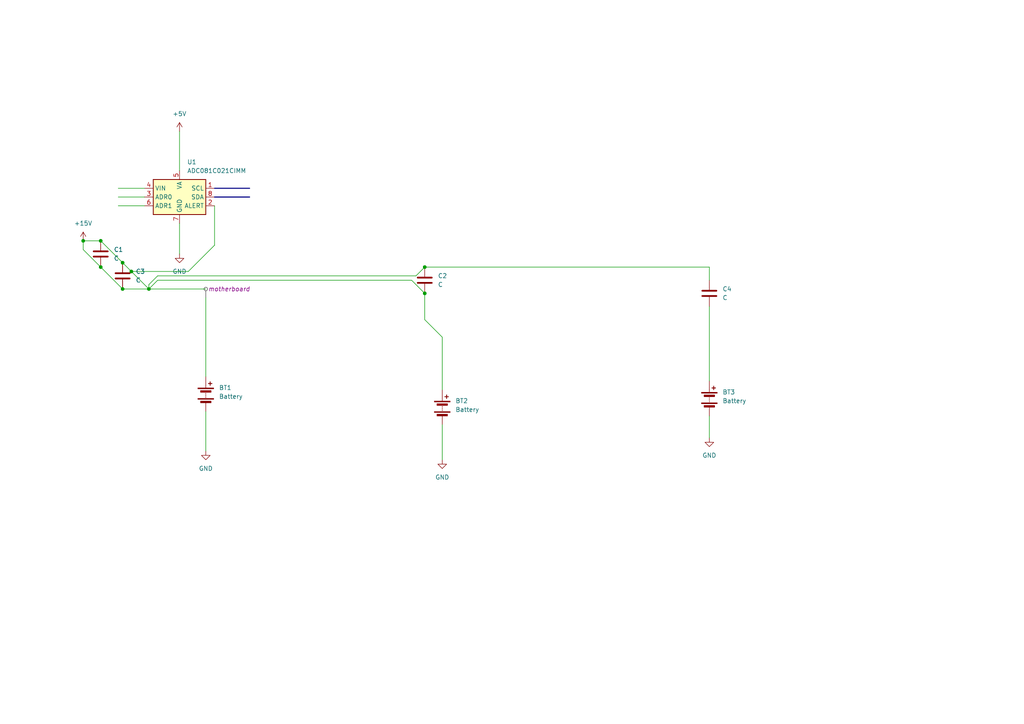
<source format=kicad_sch>
(kicad_sch (version 20230121) (generator eeschema)
  (paper "A4")
  (lib_symbols
    (symbol "Analog_ADC:ADC081C021CIMM"
      (property "Reference" "U" (at 3.81 11.43 0))
      (property "Value" "ADC081C021CIMM" (at 10.16 8.89 0))
      (symbol "ADC081C021CIMM_0_1"
        (rectangle (start -7.62 5.08) (end 7.62 -5.08) (stroke (width 0.254)) (fill (type background)))
      )
      (symbol "ADC081C021CIMM_1_1"
        (pin input line (at 10.16 2.54 180) (length 2.54) (name "SCL") (number "1"))
        (pin open_collector line (at 10.16 -2.54 180) (length 2.54) (name "ALERT") (number "2"))
        (pin input line (at -10.16 0 0) (length 2.54) (name "ADR0") (number "3"))
        (pin input line (at -10.16 2.54 0) (length 2.54) (name "VIN") (number "4"))
        (pin power_in line (at 0 7.62 270) (length 2.54) (name "VA") (number "5"))
        (pin input line (at -10.16 -2.54 0) (length 2.54) (name "ADR1") (number "6"))
        (pin power_in line (at 0 -7.62 90) (length 2.54) (name "GND") (number "7"))
        (pin bidirectional line (at 10.16 0 180) (length 2.54) (name "SDA") (number "8"))
      )
    )
    (symbol "Device:Battery" (pin_numbers hide) (pin_names (offset 0) hide)
      (property "Reference" "BT" (at 2.54 2.54 0))
      (property "Value" "Battery" (at 2.54 0 0))
      (symbol "Battery_0_1"
        (rectangle (start -2.286 -1.27) (end 2.286 -1.524) (fill (type outline)))
        (rectangle (start -2.286 1.778) (end 2.286 1.524) (fill (type outline)))
        (rectangle (start -1.524 -2.032) (end 1.524 -2.54) (fill (type outline)))
        (rectangle (start -1.524 1.016) (end 1.524 0.508) (fill (type outline)))
        (polyline (pts (xy 0 -1.016) (xy 0 -0.762)))
        (polyline (pts (xy 0 -0.508) (xy 0 -0.254)))
        (polyline (pts (xy 0 0) (xy 0 0.254)))
        (polyline (pts (xy 0 1.778) (xy 0 2.54)))
        (polyline (pts (xy 0.762 3.048) (xy 1.778 3.048)) (stroke (width 0.254)))
        (polyline (pts (xy 1.27 3.556) (xy 1.27 2.54)) (stroke (width 0.254)))
      )
      (symbol "Battery_1_1"
        (pin passive line (at 0 5.08 270) (length 2.54) (name "+") (number "1"))
        (pin passive line (at 0 -5.08 90) (length 2.54) (name "-") (number "2"))
      )
    )
    (symbol "Device:C" (pin_numbers hide) (pin_names (offset 0.254))
      (property "Reference" "C" (at 0.635 2.54 0))
      (property "Value" "C" (at 0.635 -2.54 0))
      (symbol "C_0_1"
        (polyline (pts (xy -2.032 -0.762) (xy 2.032 -0.762)) (stroke (width 0.508)))
        (polyline (pts (xy -2.032 0.762) (xy 2.032 0.762)) (stroke (width 0.508)))
      )
      (symbol "C_1_1"
        (pin passive line (at 0 3.81 270) (length 2.794) (name "~") (number "1"))
        (pin passive line (at 0 -3.81 90) (length 2.794) (name "~") (number "2"))
      )
    )
    (symbol "power:+15V" (power) (pin_names (offset 0))
      (property "Value" "+15V" (at 0 3.556 0))
      (symbol "+15V_0_1"
        (polyline (pts (xy -0.762 1.27) (xy 0 2.54)))
        (polyline (pts (xy 0 0) (xy 0 2.54)))
        (polyline (pts (xy 0 2.54) (xy 0.762 1.27)))
      )
      (symbol "+15V_1_1"
        (pin power_in line (at 0 0 90) (length 0) hide (name "+15V") (number "1"))
      )
    )
    (symbol "power:+5V" (power) (pin_names (offset 0))
      (property "Value" "+5V" (at 0 3.556 0))
      (symbol "+5V_0_1"
        (polyline (pts (xy -0.762 1.27) (xy 0 2.54)))
        (polyline (pts (xy 0 0) (xy 0 2.54)))
        (polyline (pts (xy 0 2.54) (xy 0.762 1.27)))
      )
      (symbol "+5V_1_1"
        (pin power_in line (at 0 0 90) (length 0) hide (name "+5V") (number "1"))
      )
    )
    (symbol "power:GND" (power) (pin_names (offset 0))
      (property "Value" "GND" (at 0 -3.81 0))
      (symbol "GND_0_1"
        (polyline (pts (xy 0 0) (xy 0 -1.27) (xy 1.27 -1.27) (xy 0 -2.54) (xy -1.27 -1.27) (xy 0 -1.27)))
      )
      (symbol "GND_1_1"
        (pin power_in line (at 0 0 270) (length 0) hide (name "GND") (number "1"))
      )
    )
  )
  (junction (at 123.19 85.09))
  (junction (at 29.21 77.47))
  (junction (at 123.19 77.47))
  (junction (at 35.56 83.82))
  (junction (at 38.1 78.74))
  (junction (at 24.13 69.85))
  (junction (at 43.18 83.82))
  (junction (at 29.21 69.85))
  (junction (at 35.56 76.2))
  (bus (pts (xy 62.23 54.61) (xy 72.39 54.61)))
  (wire (pts (xy 123.19 92.71) (xy 128.27 97.79)))
  (wire (pts (xy 54.61 78.74) (xy 38.1 78.74)))
  (wire (pts (xy 29.21 77.47) (xy 35.56 83.82)))
  (wire (pts (xy 35.56 76.2) (xy 38.1 78.74)))
  (wire (pts (xy 45.72 81.28) (xy 119.38 81.28)))
  (wire (pts (xy 43.18 83.82) (xy 59.69 83.82)))
  (bus (pts (xy 62.23 57.15) (xy 72.39 57.15)))
  (wire (pts (xy 24.13 69.85) (xy 24.13 72.39)))
  (wire (pts (xy 119.38 81.28) (xy 123.19 85.09)))
  (wire (pts (xy 43.18 82.55) (xy 45.72 80.01)))
  (wire (pts (xy 34.29 57.15) (xy 41.91 57.15)))
  (wire (pts (xy 62.23 71.12) (xy 54.61 78.74)))
  (wire (pts (xy 38.1 78.74) (xy 43.18 83.82)))
  (wire (pts (xy 62.23 59.69) (xy 62.23 71.12)))
  (wire (pts (xy 34.29 59.69) (xy 41.91 59.69)))
  (wire (pts (xy 34.29 54.61) (xy 41.91 54.61)))
  (wire (pts (xy 52.07 64.77) (xy 52.07 73.66)))
  (wire (pts (xy 59.69 119.38) (xy 59.69 130.81)))
  (wire (pts (xy 45.72 80.01) (xy 120.65 80.01)))
  (wire (pts (xy 24.13 72.39) (xy 29.21 77.47)))
  (wire (pts (xy 120.65 80.01) (xy 123.19 77.47)))
  (wire (pts (xy 29.21 69.85) (xy 35.56 76.2)))
  (wire (pts (xy 128.27 123.19) (xy 128.27 133.35)))
  (wire (pts (xy 43.18 83.82) (xy 45.72 81.28)))
  (wire (pts (xy 59.69 86.36) (xy 59.69 109.22)))
  (wire (pts (xy 205.74 77.47) (xy 205.74 81.28)))
  (wire (pts (xy 35.56 83.82) (xy 43.18 83.82)))
  (wire (pts (xy 123.19 77.47) (xy 205.74 77.47)))
  (wire (pts (xy 52.07 38.1) (xy 52.07 49.53)))
  (wire (pts (xy 24.13 69.85) (xy 29.21 69.85)))
  (wire (pts (xy 128.27 97.79) (xy 128.27 113.03)))
  (wire (pts (xy 123.19 85.09) (xy 123.19 92.71)))
  (wire (pts (xy 205.74 88.9) (xy 205.74 110.49)))
  (wire (pts (xy 43.18 83.82) (xy 43.18 82.55)))
  (wire (pts (xy 205.74 120.65) (xy 205.74 127)))
  (netclass_flag "" (length 2.54) (shape round) (at 59.69 86.36 0) (property "Netclass" "motherboard" (at 60.3885 83.82 0) (effects (font italic) (justify left))))
  (symbol (lib_id "power:+5V") (at 52.07 38.1 0) (unit 1)
    (property "Reference" "#PWR06" (effects hide))
    (property "Value" "+5V" (at 52.07 33.02 0))
  )
  (symbol (lib_id "Device:C") (at 205.74 85.09 0) (unit 1)
    (property "Reference" "C4" (at 209.55 83.82 0) (effects (justify left)))
    (property "Value" "C" (at 209.55 86.36 0) (effects (justify left)))
  )
  (symbol (lib_id "Device:C") (at 29.21 73.66 0) (unit 1)
    (property "Reference" "C1" (at 33.02 72.39 0) (effects (justify left)))
    (property "Value" "C" (at 33.02 74.93 0) (effects (justify left)))
  )
  (symbol (lib_id "Device:C") (at 123.19 81.28 0) (unit 1)
    (property "Reference" "C2" (at 127 80.01 0) (effects (justify left)))
    (property "Value" "C" (at 127 82.55 0) (effects (justify left)))
  )
  (symbol (lib_id "power:GND") (at 205.74 127 0) (unit 1)
    (property "Reference" "#PWR01" (effects hide))
    (property "Value" "GND" (at 205.74 132.08 0))
  )
  (symbol (lib_id "Device:C") (at 35.56 80.01 0) (unit 1)
    (property "Reference" "C3" (at 39.37 78.74 0) (effects (justify left)))
    (property "Value" "C" (at 39.37 81.28 0) (effects (justify left)))
  )
  (symbol (lib_id "power:GND") (at 128.27 133.35 0) (unit 1)
    (property "Reference" "#PWR02" (effects hide))
    (property "Value" "GND" (at 128.27 138.43 0))
  )
  (symbol (lib_id "Device:Battery") (at 128.27 118.11 0) (unit 1)
    (property "Reference" "BT2" (at 132.08 116.2685 0) (effects (justify left)))
    (property "Value" "Battery" (at 132.08 118.8085 0) (effects (justify left)))
  )
  (symbol (lib_id "Analog_ADC:ADC081C021CIMM") (at 52.07 57.15 0) (unit 1)
    (property "Reference" "U1" (at 54.2641 46.99 0) (effects (justify left)))
    (property "Value" "ADC081C021CIMM" (at 54.2641 49.53 0) (effects (justify left)))
    (property "Footprint" "Package_SO:MSOP-8_3x3mm_P0.65mm" (effects hide))
    (property "Datasheet" "http://www.ti.com/lit/ds/symlink/adc081c021.pdf" (effects hide))
  )
  (symbol (lib_id "Device:Battery") (at 205.74 115.57 0) (unit 1)
    (property "Reference" "BT3" (at 209.55 113.7285 0) (effects (justify left)))
    (property "Value" "Battery" (at 209.55 116.2685 0) (effects (justify left)))
  )
  (symbol (lib_id "power:+15V") (at 24.13 69.85 0) (unit 1)
    (property "Reference" "#PWR04" (effects hide))
    (property "Value" "+15V" (at 24.13 64.77 0))
  )
  (symbol (lib_id "power:GND") (at 52.07 73.66 0) (unit 1)
    (property "Reference" "#PWR05" (effects hide))
    (property "Value" "GND" (at 52.07 78.74 0))
  )
  (symbol (lib_id "power:GND") (at 59.69 130.81 0) (unit 1)
    (property "Reference" "#PWR03" (effects hide))
    (property "Value" "GND" (at 59.69 135.89 0))
  )
  (symbol (lib_id "Device:Battery") (at 59.69 114.3 0) (unit 1)
    (property "Reference" "BT1" (at 63.5 112.4585 0) (effects (justify left)))
    (property "Value" "Battery" (at 63.5 114.9985 0) (effects (justify left)))
  )
)
</source>
